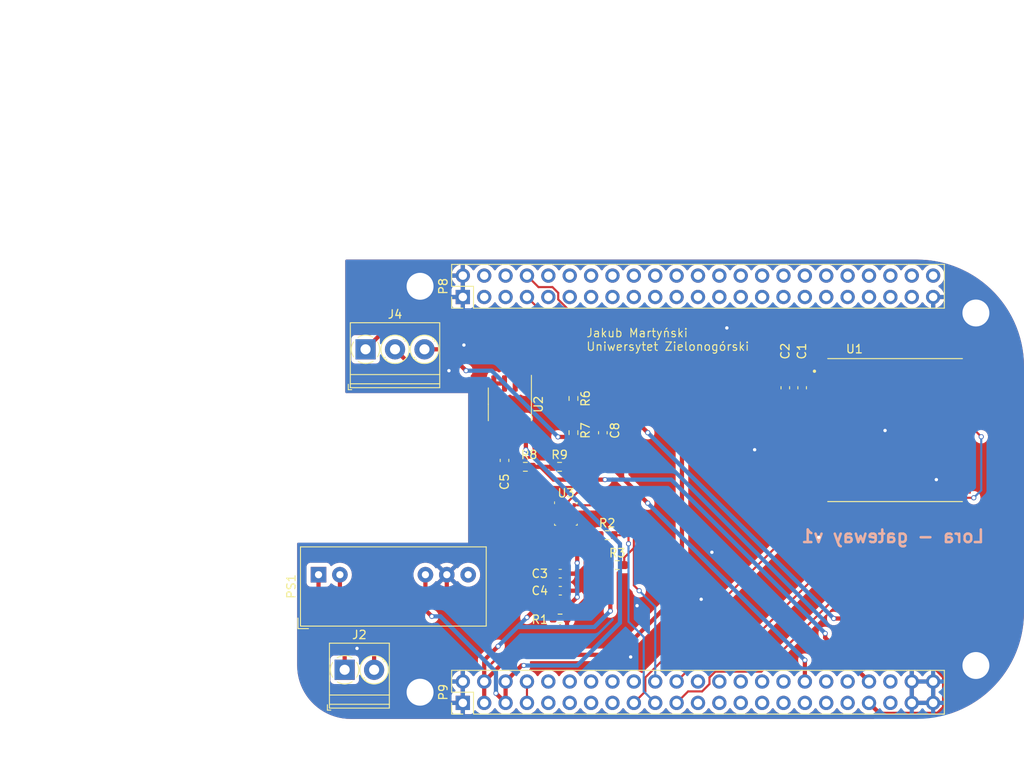
<source format=kicad_pcb>
(kicad_pcb (version 20221018) (generator pcbnew)
  (layers (0 "F.Cu" signal) (31 "B.Cu" signal) (34 "B.Paste" user) (35 "F.Paste" user) (36 "B.SilkS" user "B.Silkscreen") (37 "F.SilkS" user "F.Silkscreen") (38 "B.Mask" user) (39 "F.Mask" user) (44 "Edge.Cuts" user))
  (net 0 "")
  (net 1 "/SPI1.D0")
  (net 2 "/MMC1.DAT6")
  (net 3 "/MMC1.DAT7")
  (net 4 "/MMC1.DAT2")
  (net 5 "/MMC1.DAT3")
  (net 6 "AIN0")
  (net 7 "reset")
  (net 8 "/GPIO69")
  (net 9 "/GPIO68")
  (net 10 "/GPIO45")
  (net 11 "/GPIO44")
  (net 12 "/GPIO23")
  (net 13 "/GPIO26")
  (net 14 "/GPIO47")
  (net 15 "/GPIO46")
  (net 16 "/GPIO27")
  (net 17 "/LCD.AC_BIAS_E")
  (net 18 "/LCD.HSYNC")
  (net 19 "/GPIO65")
  (net 20 "/LCD.VSYNC")
  (net 21 "/LCD.PCLK")
  (net 22 "/GPIO22")
  (net 23 "/MMC1.DAT5")
  (net 24 "/MMC1.DAT4")
  (net 25 "/MMC1.DAT1")
  (net 26 "/MMC1.CLK")
  (net 27 "/MMC1.CMD")
  (net 28 "/MMC1.DAT0")
  (net 29 "/GPIO61")
  (net 30 "/LCD.DATA14")
  (net 31 "/LCD.DATA15")
  (net 32 "/LCD.DATA13")
  (net 33 "/LCD.DATA11")
  (net 34 "/LCD.DATA8")
  (net 35 "/LCD.DATA10")
  (net 36 "/LCD.DATA6")
  (net 37 "/LCD.DATA9")
  (net 38 "/LCD.DATA4")
  (net 39 "/LCD.DATA7")
  (net 40 "/LCD.DATA2")
  (net 41 "/LCD.DATA5")
  (net 42 "/LCD.DATA0")
  (net 43 "/LCD.DATA3")
  (net 44 "/LCD.DATA1")
  (net 45 "/GPIO30")
  (net 46 "/GPIO60")
  (net 47 "/GPIO31")
  (net 48 "nss")
  (net 49 "mosi")
  (net 50 "GNDD")
  (net 51 "+3V3")
  (net 52 "+5V")
  (net 53 "/GPIO40")
  (net 54 "/GPIO48")
  (net 55 "scl")
  (net 56 "sda")
  (net 57 "/AIN3")
  (net 58 "/AIN2")
  (net 59 "/AIN5")
  (net 60 "/AIN6")
  (net 61 "GNDA")
  (net 62 "/AIN4")
  (net 63 "+1V8")
  (net 64 "/GPIO51")
  (net 65 "miso")
  (net 66 "/GPIO5")
  (net 67 "sck")
  (net 68 "ain1")
  (net 69 "/GPIO49")
  (net 70 "/GPIO15")
  (net 71 "/GPIO117")
  (net 72 "/GPIO14")
  (net 73 "/GPIO125")
  (net 74 "/GPIO122")
  (net 75 "/GPIO20")
  (net 76 "/GPIO7")
  (net 77 "/~{SYS_RESET}")
  (net 78 "/PWR_BUT")
  (net 79 "VBUS")
  (net 80 "/SPI1.SCLK")
  (net 81 "/SPI1.CS0")
  (net 89 "Net-(U2-FILTER)")
  (net 90 "Net-(J2-Pin_1)")
  (net 91 "Net-(J2-Pin_2)")
  (net 92 "Net-(U2-VIOUT)")
  (net 93 "Net-(J4-Pin_1)")
  (net 94 "Net-(J4-Pin_2)")
  (footprint "Connector_PinHeader_2.54mm:PinHeader_2x23_P2.54mm_Vertical" (layer "F.Cu") (at 119.685 49.835 90)
    (fp_text reference "P8" (at 1.27 -2.33 270) (layer "F.SilkS"))
    (fp_text value "BeagleBone_Black_Header" hide)
    (pad "1" thru_hole rect locked (at 0 0 90) (size 1.7 1.7) (drill 1) (layers "*.Cu" "*.Mask") (net 50 "GNDD"))
    (pad "2" thru_hole oval locked (at 2.54 0 90) (size 1.7 1.7) (drill 1) (layers "*.Cu" "*.Mask") (net 50 "GNDD"))
    (pad "3" thru_hole oval locked (at 0 2.54 90) (size 1.7 1.7) (drill 1) (layers "*.Cu" "*.Mask") (net 2 "/MMC1.DAT6"))
    (pad "4" thru_hole oval locked (at 2.54 2.54 90) (size 1.7 1.7) (drill 1) (layers "*.Cu" "*.Mask") (net 3 "/MMC1.DAT7"))
    (pad "5" thru_hole oval locked (at 0 5.08 90) (size 1.7 1.7) (drill 1) (layers "*.Cu" "*.Mask") (net 4 "/MMC1.DAT2"))
    (pad "6" thru_hole oval locked (at 2.54 5.08 90) (size 1.7 1.7) (drill 1) (layers "*.Cu" "*.Mask") (net 5 "/MMC1.DAT3"))
    (pad "7" thru_hole oval locked (at 0 7.62 90) (size 1.7 1.7) (drill 1) (layers "*.Cu" "*.Mask") (net 7 "reset"))
    (pad "8" thru_hole oval locked (at 2.54 7.62 90) (size 1.7 1.7) (drill 1) (layers "*.Cu" "*.Mask") (net 48 "nss"))
    (pad "9" thru_hole oval locked (at 0 10.16 90) (size 1.7 1.7) (drill 1) (layers "*.Cu" "*.Mask") (net 8 "/GPIO69"))
    (pad "10" thru_hole oval locked (at 2.54 10.16 90) (size 1.7 1.7) (drill 1) (layers "*.Cu" "*.Mask") (net 9 "/GPIO68"))
    (pad "11" thru_hole oval locked (at 0 12.7 90) (size 1.7 1.7) (drill 1) (layers "*.Cu" "*.Mask") (net 10 "/GPIO45"))
    (pad "12" thru_hole oval locked (at 2.54 12.7 90) (size 1.7 1.7) (drill 1) (layers "*.Cu" "*.Mask") (net 11 "/GPIO44"))
    (pad "13" thru_hole oval locked (at 0 15.24 90) (size 1.7 1.7) (drill 1) (layers "*.Cu" "*.Mask") (net 12 "/GPIO23"))
    (pad "14" thru_hole oval locked (at 2.54 15.24 90) (size 1.7 1.7) (drill 1) (layers "*.Cu" "*.Mask") (net 13 "/GPIO26"))
    (pad "15" thru_hole oval locked (at 0 17.78 90) (size 1.7 1.7) (drill 1) (layers "*.Cu" "*.Mask") (net 14 "/GPIO47"))
    (pad "16" thru_hole oval locked (at 2.54 17.78 90) (size 1.7 1.7) (drill 1) (layers "*.Cu" "*.Mask") (net 15 "/GPIO46"))
    (pad "17" thru_hole oval locked (at 0 20.32 90) (size 1.7 1.7) (drill 1) (layers "*.Cu" "*.Mask") (net 16 "/GPIO27"))
    (pad "18" thru_hole oval locked (at 2.54 20.32 90) (size 1.7 1.7) (drill 1) (layers "*.Cu" "*.Mask") (net 19 "/GPIO65"))
    (pad "19" thru_hole oval locked (at 0 22.86 90) (size 1.7 1.7) (drill 1) (layers "*.Cu" "*.Mask") (net 22 "/GPIO22"))
    (pad "20" thru_hole oval locked (at 2.54 22.86 90) (size 1.7 1.7) (drill 1) (layers "*.Cu" "*.Mask") (net 27 "/MMC1.CMD"))
    (pad "21" thru_hole oval locked (at 0 25.4 90) (size 1.7 1.7) (drill 1) (layers "*.Cu" "*.Mask") (net 26 "/MMC1.CLK"))
    (pad "22" thru_hole oval locked (at 2.54 25.4 90) (size 1.7 1.7) (drill 1) (layers "*.Cu" "*.Mask") (net 23 "/MMC1.DAT5"))
    (pad "23" thru_hole oval locked (at 0 27.94 90) (size 1.7 1.7) (drill 1) (layers "*.Cu" "*.Mask") (net 24 "/MMC1.DAT4"))
    (pad "24" thru_hole oval locked (at 2.54 27.94 90) (size 1.7 1.7) (drill 1) (layers "*.Cu" "*.Mask") (net 25 "/MMC1.DAT1"))
    (pad "25" thru_hole oval locked (at 0 30.48 90) (size 1.7 1.7) (drill 1) (layers "*.Cu" "*.Mask") (net 28 "/MMC1.DAT0"))
    (pad "26" thru_hole oval locked (at 2.54 30.48 90) (size 1.7 1.7) (drill 1) (layers "*.Cu" "*.Mask") (net 21 "/LCD.PCLK"))
    (pad "27" thru_hole oval locked (at 0 33.02 90) (size 1.7 1.7) (drill 1) (layers "*.Cu" "*.Mask") (net 20 "/LCD.VSYNC"))
    (pad "28" thru_hole oval locked (at 2.54 33.02 90) (size 1.7 1.7) (drill 1) (layers "*.Cu" "*.Mask") (net 29 "/GPIO61"))
    (pad "29" thru_hole oval locked (at 0 35.56 90) (size 1.7 1.7) (drill 1) (layers "*.Cu" "*.Mask") (net 18 "/LCD.HSYNC"))
    (pad "30" thru_hole oval locked (at 2.54 35.56 90) (size 1.7 1.7) (drill 1) (layers "*.Cu" "*.Mask") (net 17 "/LCD.AC_BIAS_E"))
    (pad "31" thru_hole oval locked (at 0 38.1 90) (size 1.7 1.7) (drill 1) (layers "*.Cu" "*.Mask") (net 30 "/LCD.DATA14"))
    (pad "32" thru_hole oval locked (at 2.54 38.1 90) (size 1.7 1.7) (drill 1) (layers "*.Cu" "*.Mask") (net 31 "/LCD.DATA15"))
    (pad "33" thru_hole oval locked (at 0 40.64 90) (size 1.7 1.7) (drill 1) (layers "*.Cu" "*.Mask") (net 32 "/LCD.DATA13"))
    (pad "34" thru_hole oval locked (at 2.54 40.64 90) (size 1.7 1.7) (drill 1) (layers "*.Cu" "*.Mask") (net 33 "/LCD.DATA11"))
    (pad "35" thru_hole oval locked (at 0 43.18 90) (size 1.7 1.7) (drill 1) (layers "*.Cu" "*.Mask") (net 34 "/LCD.DATA8"))
    (pad "36" thru_hole oval locked (at 2.54 43.18 90) (size 1.7 1.7) (drill 1) (layers "*.Cu" "*.Mask") (net 35 "/LCD.DATA10"))
    (pad "37" thru_hole oval locked (at 0 45.72 90) (size 1.7 1.7) (drill 1) (layers "*.Cu" "*.Mask") (net 36 "/LCD.DATA6"))
    (pad "38" thru_hole oval locked (at 2.54 45.72 90) (size 1.7 1.7) (drill 1) (layers "*.Cu" "*.Mask") (net 37 "/LCD.DATA9"))
    (pad "39" thru_hole oval locked (at 0 48.26 90) (size 1.7 1.7) (drill 1) (layers "*.Cu" "*.Mask") (net 38 "/LCD.DATA4"))
    (pad "40" thru_hole oval locked (at 2.54 48.26 90) (size 1.7 1.7) (drill 1) (layers "*.Cu" "*.Mask") (net 39 "/LCD.DATA7"))
    (pad "41" thru_hole oval locked (at 0 50.8 90) (size 1.7 1.7) (drill 1) (layers "*.Cu" "*.Mask") (net 40 "/LCD.DATA2"))
    (pad "42" thru_hole oval locked (at 2.54 50.8 90) (size 1.7 1.7) (drill 1) (layers "*.Cu" "*.Mask") (net 41 "/LCD.DATA5"))
    (pad "43" thru_hole oval locked (at 0 53.34 90) (size 1.7 1.7) (drill 1) (layers "*.Cu" "*.Mask") (net 42 "/LCD.DATA0"))
    (pad "44" thru_hole oval locked (at 2.54 53.34 90) (size 1.7 1.7) (drill 1) (layers "*.Cu" "*.Mask") (net 43 "/LCD.DATA3"))
    (pad "45" thru_hole oval locked (at 0 55.88 90) (size 1.7 1.7) (drill 1) (layers "*.Cu" "*.Mask") (net 50 "GNDD"))
    (pad "46" thru_hole oval locked (at 2.54 55.88 90) (size 1.7 1.7) (drill 1) (layers "*.Cu" "*.Mask") (net 44 "/LCD.DATA1"))
  )
  (footprint "Connector_PinHeader_2.54mm:PinHeader_2x23_P2.54mm_Vertical" (layer "F.Cu") (at 119.685 98.095 90)
    (fp_text reference "P9" (at 1.27 -2.33 270) (layer "F.SilkS"))
    (fp_text value "BeagleBone_Black_Header" hide)
    (pad "1" thru_hole rect locked (at 0 0 90) (size 1.7 1.7) (drill 1) (layers "*.Cu" "*.Mask") (net 50 "GNDD"))
    (pad "2" thru_hole oval locked (at 2.54 0 90) (size 1.7 1.7) (drill 1) (layers "*.Cu" "*.Mask") (net 50 "GNDD"))
    (pad "3" thru_hole oval locked (at 0 2.54 90) (size 1.7 1.7) (drill 1) (layers "*.Cu" "*.Mask") (net 51 "+3V3"))
    (pad "4" thru_hole oval locked (at 2.54 2.54 90) (size 1.7 1.7) (drill 1) (layers "*.Cu" "*.Mask") (net 51 "+3V3"))
    (pad "5" thru_hole oval locked (at 0 5.08 90) (size 1.7 1.7) (drill 1) (layers "*.Cu" "*.Mask") (net 52 "+5V"))
    (pad "6" thru_hole oval locked (at 2.54 5.08 90) (size 1.7 1.7) (drill 1) (layers "*.Cu" "*.Mask") (net 52 "+5V"))
    (pad "7" thru_hole oval locked (at 0 7.62 90) (size 1.7 1.7) (drill 1) (layers "*.Cu" "*.Mask") (net 79 "VBUS"))
    (pad "8" thru_hole oval locked (at 2.54 7.62 90) (size 1.7 1.7) (drill 1) (layers "*.Cu" "*.Mask") (net 79 "VBUS"))
    (pad "9" thru_hole oval locked (at 0 10.16 90) (size 1.7 1.7) (drill 1) (layers "*.Cu" "*.Mask") (net 78 "/PWR_BUT"))
    (pad "10" thru_hole oval locked (at 2.54 10.16 90) (size 1.7 1.7) (drill 1) (layers "*.Cu" "*.Mask") (net 77 "/~{SYS_RESET}"))
    (pad "11" thru_hole oval locked (at 0 12.7 90) (size 1.7 1.7) (drill 1) (layers "*.Cu" "*.Mask") (net 45 "/GPIO30"))
    (pad "12" thru_hole oval locked (at 2.54 12.7 90) (size 1.7 1.7) (drill 1) (layers "*.Cu" "*.Mask") (net 46 "/GPIO60"))
    (pad "13" thru_hole oval locked (at 0 15.24 90) (size 1.7 1.7) (drill 1) (layers "*.Cu" "*.Mask") (net 47 "/GPIO31"))
    (pad "14" thru_hole oval locked (at 2.54 15.24 90) (size 1.7 1.7) (drill 1) (layers "*.Cu" "*.Mask") (net 53 "/GPIO40"))
    (pad "15" thru_hole oval locked (at 0 17.78 90) (size 1.7 1.7) (drill 1) (layers "*.Cu" "*.Mask") (net 54 "/GPIO48"))
    (pad "16" thru_hole oval locked (at 2.54 17.78 90) (size 1.7 1.7) (drill 1) (layers "*.Cu" "*.Mask") (net 64 "/GPIO51"))
    (pad "17" thru_hole oval locked (at 0 20.32 90) (size 1.7 1.7) (drill 1) (layers "*.Cu" "*.Mask") (net 49 "mosi"))
    (pad "18" thru_hole oval locked (at 2.54 20.32 90) (size 1.7 1.7) (drill 1) (layers "*.Cu" "*.Mask") (net 66 "/GPIO5"))
    (pad "19" thru_hole oval locked (at 0 22.86 90) (size 1.7 1.7) (drill 1) (layers "*.Cu" "*.Mask") (net 55 "scl"))
    (pad "20" thru_hole oval locked (at 2.54 22.86 90) (size 1.7 1.7) (drill 1) (layers "*.Cu" "*.Mask") (net 56 "sda"))
    (pad "21" thru_hole oval locked (at 0 25.4 90) (size 1.7 1.7) (drill 1) (layers "*.Cu" "*.Mask") (net 65 "miso"))
    (pad "22" thru_hole oval locked (at 2.54 25.4 90) (size 1.7 1.7) (drill 1) (layers "*.Cu" "*.Mask") (net 67 "sck"))
    (pad "23" thru_hole oval locked (at 0 27.94 90) (size 1.7 1.7) (drill 1) (layers "*.Cu" "*.Mask") (net 69 "/GPIO49"))
    (pad "24" thru_hole oval locked (at 2.54 27.94 90) (size 1.7 1.7) (drill 1) (layers "*.Cu" "*.Mask") (net 70 "/GPIO15"))
    (pad "25" thru_hole oval locked (at 0 30.48 90) (size 1.7 1.7) (drill 1) (layers "*.Cu" "*.Mask") (net 71 "/GPIO117"))
    (pad "26" thru_hole oval locked (at 2.54 30.48 90) (size 1.7 1.7) (drill 1) (layers "*.Cu" "*.Mask") (net 72 "/GPIO14"))
    (pad "27" thru_hole oval locked (at 0 33.02 90) (size 1.7 1.7) (drill 1) (layers "*.Cu" "*.Mask") (net 73 "/GPIO125"))
    (pad "28" thru_hole oval locked (at 2.54 33.02 90) (size 1.7 1.7) (drill 1) (layers "*.Cu" "*.Mask") (net 81 "/SPI1.CS0"))
    (pad "29" thru_hole oval locked (at 0 35.56 90) (size 1.7 1.7) (drill 1) (layers "*.Cu" "*.Mask") (net 1 "/SPI1.D0"))
    (pad "30" thru_hole oval locked (at 2.54 35.56 90) (size 1.7 1.7) (drill 1) (layers "*.Cu" "*.Mask") (net 74 "/GPIO122"))
    (pad "31" thru_hole oval locked (at 0 38.1 90) (size 1.7 1.7) (drill 1) (layers "*.Cu" "*.Mask") (net 80 "/SPI1.SCLK"))
    (pad "32" thru_hole oval locked (at 2.54 38.1 90) (size 1.7 1.7) (drill 1) (layers "*.Cu" "*.Mask") (net 63 "+1V8"))
    (pad "33" thru_hole oval locked (at 0 40.64 90) (size 1.7 1.7) (drill 1) (layers "*.Cu" "*.Mask") (net 62 "/AIN4"))
    (pad "34" thru_hole oval locked (at 2.54 40.64 90) (size 1.7 1.7) (drill 1) (layers "*.Cu" "*.Mask") (net 61 "GNDA"))
    (pad "35" thru_hole oval locked (at 0 43.18 90) (size 1.7 1.7) (drill 1) (layers "*.Cu" "*.Mask") (net 60 "/AIN6"))
    (pad "36" thru_hole oval locked (at 2.54 43.18 90) (size 1.7 1.7) (drill 1) (layers "*.Cu" "*.Mask") (net 59 "/AIN5"))
    (pad "37" thru_hole oval locked (at 0 45.72 90) (size 1.7 1.7) (drill 1) (layers "*.Cu" "*.Mask") (net 58 "/AIN2"))
    (pad "38" thru_hole oval locked (at 2.54 45.72 90) (size 1.7 1.7) (drill 1) (layers "*.Cu" "*.Mask") (net 57 "/AIN3"))
    (pad "39" thru_hole oval locked (at 0 48.26 90) (size 1.7 1.7) (drill 1) (layers "*.Cu" "*.Mask") (net 6 "AIN0"))
    (pad "40" thru_hole oval locked (at 2.54 48.26 90) (size 1.7 1.7) (drill 1) (layers "*.Cu" "*.Mask") (net 68 "ain1"))
    (pad "41" thru_hole oval locked (at 0 50.8 90) (size 1.7 1.7) (drill 1) (layers "*.Cu" "*.Mask") (net 75 "/GPIO20"))
    (pad "42" thru_hole oval locked (at 2.54 50.8 90) (size 1.7 1.7) (drill 1) (layers "*.Cu" "*.Mask") (net 76 "/GPIO7"))
    (pad "43" thru_hole oval locked (at 0 53.34 90) (size 1.7 1.7) (drill 1) (layers "*.Cu" "*.Mask") (net 50 "GNDD"))
    (pad "44" thru_hole oval locked (at 2.54 53.34 90) (size 1.7 1.7) (drill 1) (layers "*.Cu" "*.Mask") (net 50 "GNDD"))
    (pad "45" thru_hole oval locked (at 0 55.88 90) (size 1.7 1.7) (drill 1) (layers "*.Cu" "*.Mask") (net 50 "GNDD"))
    (pad "46" thru_hole oval locked (at 2.54 55.88 90) (size 1.7 1.7) (drill 1) (layers "*.Cu" "*.Mask") (net 50 "GNDD"))
  )
  (footprint "Package_SO:SOIC-8_3.9x4.9mm_P1.27mm" (layer "F.Cu") (at 125.273 62.597 -90)
    (fp_text reference "U2" (at 0 -3.4 90) (layer "F.SilkS"))
    (fp_text value "ACS725xLCTR-10AU")
    (pad "1" smd roundrect (at -2.475 -1.905 270) (size 1.95 0.6) (layers "F.Cu" "F.Paste" "F.Mask") (net 93 "Net-(J4-Pin_1)"))
    (pad "2" smd roundrect (at -2.475 -0.635 270) (size 1.95 0.6) (layers "F.Cu" "F.Paste" "F.Mask") (net 93 "Net-(J4-Pin_1)"))
    (pad "3" smd roundrect (at -2.475 0.635 270) (size 1.95 0.6) (layers "F.Cu" "F.Paste" "F.Mask") (net 94 "Net-(J4-Pin_2)"))
    (pad "4" smd roundrect (at -2.475 1.905 270) (size 1.95 0.6) (layers "F.Cu" "F.Paste" "F.Mask") (net 94 "Net-(J4-Pin_2)"))
    (pad "5" smd roundrect (at 2.475 1.905 270) (size 1.95 0.6) (layers "F.Cu" "F.Paste" "F.Mask") (net 50 "GNDD"))
    (pad "6" smd roundrect (at 2.475 0.635 270) (size 1.95 0.6) (layers "F.Cu" "F.Paste" "F.Mask") (net 89 "Net-(U2-FILTER)"))
    (pad "7" smd roundrect (at 2.475 -0.635 270) (size 1.95 0.6) (layers "F.Cu" "F.Paste" "F.Mask") (net 92 "Net-(U2-VIOUT)"))
    (pad "8" smd roundrect (at 2.475 -1.905 270) (size 1.95 0.6) (layers "F.Cu" "F.Paste" "F.Mask") (net 52 "+5V"))
  )
  (footprint "TerminalBlock_Phoenix:TerminalBlock_Phoenix_PT-1,5-3-3.5-H_1x03_P3.50mm_Horizontal" (layer "F.Cu") (at 108.128 56.058)
    (fp_text reference "J4" (at 3.5 -4.16) (layer "F.SilkS"))
    (fp_text value "złącze śrubowe 1x3")
    (pad "1" thru_hole rect (at 0 0) (size 2.4 2.4) (drill 1.2) (layers "*.Cu" "*.Mask") (net 93 "Net-(J4-Pin_1)"))
    (pad "2" thru_hole circle (at 3.5 0) (size 2.4 2.4) (drill 1.2) (layers "*.Cu" "*.Mask") (net 94 "Net-(J4-Pin_2)"))
    (pad "3" thru_hole circle (at 7 0) (size 2.4 2.4) (drill 1.2) (layers "*.Cu" "*.Mask") (net 61 "GNDA"))
  )
  (footprint "Capacitor_SMD:C_0603_1608Metric" (layer "F.Cu") (at 160 60.63 90)
    (fp_text reference "C1" (at 4.35 -0.045 90) (layer "F.SilkS"))
    (fp_text value "22uF" hide)
    (pad "1" smd roundrect (at -0.775 0 90) (size 0.9 0.95) (layers "F.Cu" "F.Paste" "F.Mask") (net 51 "+3V3"))
    (pad "2" smd roundrect (at 0.775 0 90) (size 0.9 0.95) (layers "F.Cu" "F.Paste" "F.Mask") (net 50 "GNDD"))
  )
  (footprint "Resistor_SMD:R_0603_1608Metric" (layer "F.Cu") (at 138.037 81.712)
    (fp_text reference "R3" (at 0 -1.43) (layer "F.SilkS"))
    (fp_text value "10kΩ")
    (pad "1" smd roundrect (at -0.825 0) (size 0.8 0.95) (layers "F.Cu" "F.Paste" "F.Mask") (net 51 "+3V3"))
    (pad "2" smd roundrect (at 0.825 0) (size 0.8 0.95) (layers "F.Cu" "F.Paste" "F.Mask") (net 56 "sda"))
  )
  (footprint "Converter_DCDC:Converter_DCDC_XP_POWER-ITXxxxxSA_THT" (layer "F.Cu") (at 102.54 82.855 90)
    (fp_text reference "PS1" (at -1.4 -3.24 90) (layer "F.SilkS"))
    (fp_text value "ITX1205SA")
    (pad "1" thru_hole rect (at 0 0 90) (size 1.85 1.85) (drill 0.85) (layers "*.Cu" "*.Mask") (net 90 "Net-(J2-Pin_1)"))
    (pad "2" thru_hole circle (at 0 2.54 90) (size 1.85 1.85) (drill 0.85) (layers "*.Cu" "*.Mask") (net 91 "Net-(J2-Pin_2)"))
    (pad "6" thru_hole circle (at 0 12.7 90) (size 1.85 1.85) (drill 0.85) (layers "*.Cu" "*.Mask") (net 52 "+5V"))
    (pad "7" thru_hole circle (at 0 15.24 90) (size 1.85 1.85) (drill 0.85) (layers "*.Cu" "*.Mask") (net 50 "GNDD"))
    (pad "8" thru_hole circle (at 0 17.78 90) (size 1.85 1.85) (drill 0.85) (layers "*.Cu" "*.Mask"))
  )
  (footprint "Capacitor_SMD:C_0603_1608Metric" (layer "F.Cu") (at 131.268 84.76)
    (fp_text reference "C4" (at -2.439 0) (layer "F.SilkS"))
    (fp_text value "0.1uF")
    (pad "1" smd roundrect (at -0.775 0) (size 0.9 0.95) (layers "F.Cu" "F.Paste" "F.Mask") (net 51 "+3V3"))
    (pad "2" smd roundrect (at 0.775 0) (size 0.9 0.95) (layers "F.Cu" "F.Paste" "F.Mask") (net 50 "GNDD"))
  )
  (footprint "MountingHole:MountingHole_3.2mm_M3_DIN965" (layer "F.Cu") (at 180.645 51.74)
    (fp_text reference "MH3" hide)
    (fp_text value "MountingHole_3.2mm_M3_DIN965" hide)
    (pad "" np_thru_hole circle locked (at 0 0) (size 3.2 3.2) (drill 3.2) (layers "*.Cu" "*.Mask"))
  )
  (footprint "Capacitor_SMD:C_0603_1608Metric" (layer "F.Cu") (at 131.255 82.728)
    (fp_text reference "C3" (at -2.426 0) (layer "F.SilkS"))
    (fp_text value "1uF")
    (pad "1" smd roundrect (at -0.775 0) (size 0.9 0.95) (layers "F.Cu" "F.Paste" "F.Mask") (net 51 "+3V3"))
    (pad "2" smd roundrect (at 0.775 0) (size 0.9 0.95) (layers "F.Cu" "F.Paste" "F.Mask") (net 50 "GNDD"))
  )
  (footprint "TerminalBlock_Phoenix:TerminalBlock_Phoenix_PT-1,5-2-3.5-H_1x02_P3.50mm_Horizontal" (layer "F.Cu") (at 105.644 94.158)
    (fp_text reference "J2" (at 1.75 -4.16) (layer "F.SilkS"))
    (fp_text value "złącze śrubowe 1x2")
    (pad "1" thru_hole rect (at 0 0) (size 2.4 2.4) (drill 1.2) (layers "*.Cu" "*.Mask") (net 90 "Net-(J2-Pin_1)"))
    (pad "2" thru_hole circle (at 3.5 0) (size 2.4 2.4) (drill 1.2) (layers "*.Cu" "*.Mask") (net 91 "Net-(J2-Pin_2)"))
  )
  (footprint "Resistor_SMD:R_0603_1608Metric" (layer "F.Cu") (at 131.179 70.028)
    (fp_text reference "R9" (at 0 -1.43) (layer "F.SilkS"))
    (fp_text value "1.8kΩ")
    (pad "1" smd roundrect (at -0.825 0) (size 0.8 0.95) (layers "F.Cu" "F.Paste" "F.Mask") (net 68 "ain1"))
    (pad "2" smd roundrect (at 0.825 0) (size 0.8 0.95) (layers "F.Cu" "F.Paste" "F.Mask") (net 61 "GNDA"))
  )
  (footprint "RA-02_LORA:MODULE_RA-02_LORA" (layer "F.Cu") (at 171.04 65.66)
    (fp_text reference "U1" (at -4.825 -9.635) (layer "F.SilkS"))
    (fp_text value "RA-02_LORA")
    (pad "1" smd rect (at -7.6 -7) (size 2.8 1.1) (layers "F.Cu" "F.Paste" "F.Mask") (net 50 "GNDD"))
    (pad "2" smd rect (at -7.7 -5) (size 2.6 1.1) (layers "F.Cu" "F.Paste" "F.Mask") (net 50 "GNDD"))
    (pad "3" smd rect (at -7.7 -3) (size 2.6 1.1) (layers "F.Cu" "F.Paste" "F.Mask") (net 51 "+3V3"))
    (pad "4" smd rect (at -7.7 -1) (size 2.6 1.1) (layers "F.Cu" "F.Paste" "F.Mask") (net 7 "reset"))
    (pad "5" smd rect (at -7.7 1) (size 2.6 1.1) (layers "F.Cu" "F.Paste" "F.Mask"))
    (pad "6" smd rect (at -7.7 3) (size 2.6 1.1) (layers "F.Cu" "F.Paste" "F.Mask"))
    (pad "7" smd rect (at -7.7 5) (size 2.6 1.1) (layers "F.Cu" "F.Paste" "F.Mask"))
    (pad "8" smd rect (at -7.7 7) (size 2.6 1.1) (layers "F.Cu" "F.Paste" "F.Mask"))
    (pad "9" smd rect (at 7.7 7 180) (size 2.6 1.1) (layers "F.Cu" "F.Paste" "F.Mask") (net 50 "GNDD"))
    (pad "10" smd rect (at 7.7 5 180) (size 2.6 1.1) (layers "F.Cu" "F.Paste" "F.Mask"))
    (pad "11" smd rect (at 7.7 3 180) (size 2.6 1.1) (layers "F.Cu" "F.Paste" "F.Mask"))
    (pad "12" smd rect (at 7.7 1 180) (size 2.6 1.1) (layers "F.Cu" "F.Paste" "F.Mask") (net 67 "sck"))
    (pad "13" smd rect (at 7.7 -1 180) (size 2.6 1.1) (layers "F.Cu" "F.Paste" "F.Mask") (net 65 "miso"))
    (pad "14" smd rect (at 7.7 -3 180) (size 2.6 1.1) (layers "F.Cu" "F.Paste" "F.Mask") (net 49 "mosi"))
    (pad "15" smd rect (at 7.7 -5 180) (size 2.6 1.1) (layers "F.Cu" "F.Paste" "F.Mask") (net 48 "nss"))
    (pad "16" smd rect (at 7.7 -7 180) (size 2.6 1.1) (layers "F.Cu" "F.Paste" "F.Mask") (net 50 "GNDD"))
  )
  (footprint "Resistor_SMD:R_0603_1608Metric" (layer "F.Cu") (at 136.83 78.156)
    (fp_text reference "R2" (at 0 -1.43) (layer "F.SilkS"))
    (fp_text value "10kΩ")
    (pad "1" smd roundrect (at -0.825 0) (size 0.8 0.95) (layers "F.Cu" "F.Paste" "F.Mask") (net 51 "+3V3"))
    (pad "2" smd roundrect (at 0.825 0) (size 0.8 0.95) (layers "F.Cu" "F.Paste" "F.Mask") (net 55 "scl"))
  )
  (footprint "Package_LGA:Bosch_LGA-8_2.5x2.5mm_P0.65mm_ClockwisePinNumbering" (layer "F.Cu") (at 131.933 75.625)
    (fp_text reference "U3" (at 0.015 -2.465) (layer "F.SilkS"))
    (fp_text value "BME280")
    (pad "1" smd rect (at -0.975 -1.025 90) (size 0.5 0.35) (layers "F.Cu" "F.Paste" "F.Mask") (net 50 "GNDD"))
    (pad "2" smd rect (at -0.325 -1.025 90) (size 0.5 0.35) (layers "F.Cu" "F.Paste" "F.Mask"))
    (pad "3" smd rect (at 0.325 -1.025 90) (size 0.5 0.35) (layers "F.Cu" "F.Paste" "F.Mask") (net 56 "sda"))
    (pad "4" smd rect (at 0.975 -1.025 90) (size 0.5 0.35) (layers "F.Cu" "F.Paste" "F.Mask") (net 55 "scl"))
    (pad "5" smd rect (at 0.975 1.025 90) (size 0.5 0.35) (layers "F.Cu" "F.Paste" "F.Mask") (net 51 "+3V3"))
    (pad "6" smd rect (at 0.325 1.025 90) (size 0.5 0.35) (layers "F.Cu" "F.Paste" "F.Mask") (net 51 "+3V3"))
    (pad "7" smd rect (at -0.325 1.025 90) (size 0.5 0.35) (layers "F.Cu" "F.Paste" "F.Mask") (net 50 "GNDD"))
    (pad "8" smd rect (at -0.975 1.025 90) (size 0.5 0.35) (layers "F.Cu" "F.Paste" "F.Mask") (net 51 "+3V3"))
  )
  (footprint "Capacitor_SMD:C_0603_1608Metric" (layer "F.Cu") (at 158 60.63 90)
    (fp_text reference "C2" (at 4.35 -0.015 90) (layer "F.SilkS"))
    (fp_text value "0.1uF" hide)
    (pad "1" smd roundrect (at -0.775 0 90) (size 0.9 0.95) (layers "F.Cu" "F.Paste" "F.Mask") (net 51 "+3V3"))
    (pad "2" smd roundrect (at 0.775 0 90) (size 0.9 0.95) (layers "F.Cu" "F.Paste" "F.Mask") (net 50 "GNDD"))
  )
  (footprint "MountingHole:MountingHole_3.2mm_M3_DIN965" (layer "F.Cu") (at 180.645 93.65)
    (fp_text reference "MH4" hide)
    (fp_text value "MountingHole_3.2mm_M3_DIN965" hide)
    (pad "" np_thru_hole circle locked (at 0 0) (size 3.2 3.2) (drill 3.2) (layers "*.Cu" "*.Mask"))
  )
  (footprint "Resistor_SMD:R_0603_1608Metric" (layer "F.Cu") (at 132.829 65.964 -90)
    (fp_text reference "R7" (at -0.254 -1.43 90) (layer "F.SilkS"))
    (fp_text value "1MΩ")
    (pad "1" smd roundrect (at -0.825 0 270) (size 0.8 0.95) (layers "F.Cu" "F.Paste" "F.Mask") (net 6 "AIN0"))
    (pad "2" smd roundrect (at 0.825 0 270) (size 0.8 0.95) (layers "F.Cu" "F.Paste" "F.Mask") (net 61 "GNDA"))
  )
  (footprint "MountingHole:MountingHole_3.2mm_M3_DIN965" (layer "F.Cu") (at 114.605 48.565)
    (fp_text reference "MH1" hide)
    (fp_text value "MountingHole_3.2mm_M3_DIN965" hide)
    (pad "" np_thru_hole circle locked (at 0 0) (size 3.2 3.2) (drill 3.2) (layers "*.Cu" "*.Mask"))
  )
  (footprint "Resistor_SMD:R_0603_1608Metric" (layer "F.Cu") (at 131.242 88.062)
    (fp_text reference "R1" (at -2.413 0.127) (layer "F.SilkS"))
    (fp_text value "10kΩ")
    (pad "1" smd roundrect (at -0.825 0) (size 0.8 0.95) (layers "F.Cu" "F.Paste" "F.Mask") (net 51 "+3V3"))
    (pad "2" smd roundrect (at 0.825 0) (size 0.8 0.95) (layers "F.Cu" "F.Paste" "F.Mask") (net 50 "GNDD"))
  )
  (footprint "Capacitor_SMD:C_0603_1608Metric" (layer "F.Cu") (at 124.638 69.266 -90)
    (fp_text reference "C5" (at 2.54 0 90) (layer "F.SilkS"))
    (fp_text value "1nF")
    (pad "1" smd roundrect (at -0.775 0 270) (size 0.9 0.95) (layers "F.Cu" "F.Paste" "F.Mask") (net 89 "Net-(U2-FILTER)"))
    (pad "2" smd roundrect (at 0.775 0 270) (size 0.9 0.95) (layers "F.Cu" "F.Paste" "F.Mask") (net 50 "GNDD"))
  )
  (footprint "MountingHole:MountingHole_3.2mm_M3_DIN965" (layer "F.Cu") (at 114.605 96.825)
    (fp_text reference "MH2" hide)
    (fp_text value "MountingHole_3.2mm_M3_DIN965" hide)
    (pad "" np_thru_hole circle locked (at 0 0) (size 3.2 3.2) (drill 3.2) (layers "*.Cu" "*.Mask"))
  )
  (footprint "Resistor_SMD:R_0603_1608Metric" (layer "F.Cu") (at 127.115 70.028)
    (fp_text reference "R8" (at 0.444 -1.43) (layer "F.SilkS"))
    (fp_text value "3.3kΩ")
    (pad "1" smd roundrect (at -0.825 0) (size 0.8 0.95) (layers "F.Cu" "F.Paste" "F.Mask") (net 92 "Net-(U2-VIOUT)"))
    (pad "2" smd roundrect (at 0.825 0) (size 0.8 0.95) (layers "F.Cu" "F.Paste" "F.Mask") (net 68 "ain1"))
  )
  (footprint "Resistor_SMD:R_0603_1608Metric" (layer "F.Cu") (at 132.829 61.9 -90)
    (fp_text reference "R6" (at 0 -1.43 90) (layer "F.SilkS"))
    (fp_text value "10MΩ")
    (pad "1" smd roundrect (at -0.825 0 270) (size 0.8 0.95) (layers "F.Cu" "F.Paste" "F.Mask") (net 93 "Net-(J4-Pin_1)"))
    (pad "2" smd roundrect (at 0.825 0 270) (size 0.8 0.95) (layers "F.Cu" "F.Paste" "F.Mask") (net 6 "AIN0"))
  )
  (footprint "Capacitor_SMD:C_0603_1608Metric" (layer "F.Cu") (at 136.322 65.977 -90)
    (fp_text reference "C8" (at -0.267 -1.43 90) (layer "F.SilkS"))
    (fp_text value "100nF")
    (pad "1" smd roundrect (at -0.775 0 270) (size 0.9 0.95) (layers "F.Cu" "F.Paste" "F.Mask") (net 6 "AIN0"))
    (pad "2" smd roundrect (at 0.775 0 270) (size 0.9 0.95) (layers "F.Cu" "F.Paste" "F.Mask") (net 61 "GNDA"))
  )
  (gr_arc locked (start 106.35 100) (mid 101.859872 98.140128) (end 100 93.65) (stroke (width 0.00254)) (layer "Edge.Cuts"))
  (gr_line locked (start 186.36 87.3) (end 186.36 58.09) (stroke (width 0.00254)) (layer "Edge.Cuts"))
  (gr_line locked (start 106.35 100) (end 173.66 100) (stroke (width 0.00254)) (layer "Edge.Cuts"))
  (gr_line locked (start 120.32 79.045) (end 100 79.045) (stroke (width 0.00254)) (layer "Edge.Cuts"))
  (gr_line locked (start 105.715 45.39) (end 105.715 61.265) (stroke (width 0.00254)) (layer "Edge.Cuts"))
  (gr_line locked (start 100 79.045) (end 100 93.65) (stroke (width 0.00254)) (layer "Edge.Cuts"))
  (gr_line locked (start 173.66 45.39) (end 105.715 45.39) (stroke (width 0.00254)) (layer "Edge.Cuts"))
  (gr_arc locked (start 186.36 87.3) (mid 182.640256 96.280256) (end 173.66 100) (stroke (width 0.00254)) (layer "Edge.Cuts"))
  (gr_arc locked (start 173.66 45.39) (mid 182.640256 49.109744) (end 186.36 58.09) (stroke (width 0.00254)) (layer "Edge.Cuts"))
  (gr_line locked (start 120.32 61.265) (end 120.32 79.045) (stroke (width 0.00254)) (layer "Edge.Cuts"))
  (gr_line locked (start 105.715 61.265) (end 120.32 61.265) (stroke (width 0.00254)) (layer "Edge.Cuts"))
  (gr_text "Lora - gateway v1" (at 181.788 79.172) (layer "B.SilkS") (effects (font (size 1.5 1.5) (thickness 0.3) bold) (justify left bottom mirror)))
  (gr_text "Jakub Martyński\nUniwersytet Zielonogórski" (at 134.29 56.312) (layer "F.SilkS") (effects (font (size 1 1) (thickness 0.125)) (justify left bottom)))
  (segment (start 132.829 63.424) (end 132.829 63.487) (width 0.5) (layer "F.Cu") (net 6))
  (segment (start 176.865 95.016522) (end 176.865 98.633478) (width 0.5) (layer "F.Cu") (net 6))
  (segment (start 135.56 63.932) (end 136.83 63.932) (width 0.5) (layer "F.Cu") (net 6))
  (segment (start 132.829 63.487) (end 133.274 63.932) (width 0.5) (layer "F.Cu") (net 6))
  (segment (start 132.829 63.424) (end 132.829 64.885) (width 0.5) (layer "F.Cu") (net 6))
  (segment (start 136.83 63.932) (end 139.624 63.932) (width 0.5) (layer "F.Cu") (net 6))
  (segment (start 132.829 62.725) (end 132.829 63.424) (width 0.5) (layer "F.Cu") (net 6))
  (segment (start 139.624 63.932) (end 141.656 65.964) (width 0.5) (layer "F.Cu") (net 6))
  (segment (start 133.274 63.932) (end 135.56 63.932) (width 0.5) (layer "F.Cu") (net 6))
  (segment (start 163.754 88.062) (end 169.910478 88.062) (width 0.5) (layer "F.Cu") (net 6))
  (segment (start 136.322 64.44) (end 136.322 65.202) (width 0.5) (layer "F.Cu") (net 6))
  (segment (start 169.910478 88.062) (end 176.865 95.016522) (width 0.5) (layer "F.Cu") (net 6))
  (segment (start 169.245 99.395) (end 167.945 98.095) (width 0.5) (layer "F.Cu") (net 6))
  (segment (start 176.865 98.633478) (end 176.103478 99.395) (width 0.5) (layer "F.Cu") (net 6))
  (segment (start 176.103478 99.395) (end 169.245 99.395) (width 0.5) (layer "F.Cu") (net 6))
  (segment (start 136.83 63.932) (end 136.322 64.44) (width 0.5) (layer "F.Cu") (net 6))
  (via (at 163.754 88.062) (size 0.6) (drill 0.4) (layers "F.Cu" "B.Cu") (net 6))
  (via (at 141.656 65.964) (size 0.6) (drill 0.4) (layers "F.Cu" "B.Cu") (net 6))
  (segment (start 141.656 65.964) (end 163.754 88.062) (width 0.5) (layer "B.Cu") (net 6))
  (segment (start 168.58 59.36) (end 166.04 56.82) (width 0.25) (layer "F.Cu") (net 7))
  (segment (start 166.04 56.82) (end 134.29 56.82) (width 0.25) (layer "F.Cu") (net 7))
  (segment (start 163.34 64.66) (end 165.82 64.66) (width 0.25) (layer "F.Cu") (net 7))
  (segment (start 168.58 61.9) (end 168.58 59.36) (width 0.25) (layer "F.Cu") (net 7))
  (segment (start 134.29 56.82) (end 127.305 49.835) (width 0.25) (layer "F.Cu") (net 7))
  (segment (start 165.82 64.66) (end 168.58 61.9) (width 0.25) (layer "F.Cu") (net 7))
  (segment (start 132.628299 51.74) (end 131.02 50.131701) (width 0.25) (layer "F.Cu") (net 48))
  (segment (start 169.07 51.74) (end 132.628299 51.74) (width 0.25) (layer "F.Cu") (net 48))
  (segment (start 177.99 60.66) (end 169.07 51.74) (width 0.25) (layer "F.Cu") (net 48))
  (segment (start 131.02 49.348299) (end 130.331701 48.66) (width 0.25) (layer "F.Cu") (net 48))
  (segment (start 178.74 60.66) (end 177.99 60.66) (width 0.25) (layer "F.Cu") (net 48))
  (segment (start 131.02 50.131701) (end 131.02 49.348299) (width 0.25) (layer "F.Cu") (net 48))
  (segment (start 128.67 48.66) (end 127.305 47.295) (width 0.25) (layer "F.Cu") (net 48))
  (segment (start 130.331701 48.66) (end 128.67 48.66) (width 0.25) (layer "F.Cu") (net 48))
  (segment (start 166.04 74.6) (end 173.66 66.98) (width 0.25) (layer "F.Cu") (net 49))
  (segment (start 141.37 95.068299) (end 161.838299 74.6) (width 0.25) (layer "F.Cu") (net 49))
  (segment (start 173.66 64.44) (end 175.44 62.66) (width 0.25) (layer "F.Cu") (net 49))
  (segment (start 140.005 98.095) (end 141.37 96.73) (width 0.25) (layer "F.Cu") (net 49))
  (segment (start 175.44 62.66) (end 178.74 62.66) (width 0.25) (layer "F.Cu") (net 49))
  (segment (start 141.37 96.73) (end 141.37 95.068299) (width 0.25) (layer "F.Cu") (net 49))
  (segment (start 161.838299 74.6) (end 166.04 74.6) (width 0.25) (layer "F.Cu") (net 49))
  (segment (start 173.66 66.98) (end 173.66 64.44) (width 0.25) (layer "F.Cu") (net 49))
  (segment (start 143.18 61.9) (end 143.18 82.22) (width 0.5) (layer "F.Cu") (net 50))
  (segment (start 117.78 85.522) (end 121.209 88.951) (width 0.5) (layer "F.Cu") (net 50))
  (segment (start 143.18 84.76) (end 138.1 89.84) (width 0.5) (layer "F.Cu") (net 50))
  (segment (start 119.685 93.015) (end 119.685 98.095) (width 0.5) (layer "F.Cu") (net 50))
  (segment (start 138.1 89.84) (end 133.02 89.84) (width 0.5) (layer "F.Cu") (net 50))
  (segment (start 134.29 83.49) (end 134.29 81.458) (width 0.5) (layer "F.Cu") (net 50))
  (segment (start 124.638 70.041) (end 124.625 70.041) (width 0.25) (layer "F.Cu") (net 50))
  (segment (start 122.86 89.84) (end 121.209 91.491) (width 0.5) (layer "F.Cu") (net 50))
  (segment (start 131.633 75.95) (end 131.633 76.285051) (width 0.5) (layer "F.Cu") (net 50))
  (segment (start 134.29 85.776) (end 134.29 83.49) (width 0.5) (layer "F.Cu") (net 50))
  (segment (start 134.29 81.839) (end 134.29 81.458) (width 0.5) (layer "F.Cu") (net 50))
  (segment (start 134.29 88.57) (end 134.29 85.776) (width 0.5) (layer "F.Cu") (net 50))
  (segment (start 132.043 84.76) (end 133.528 84.76) (width 0.5) (layer "F.Cu") (net 50))
  (segment (start 133.02 89.84) (end 122.86 89.84) (width 0.5) (layer "F.Cu") (net 50))
  (segment (start 146.42 58.66) (end 143.18 61.9) (width 0.5) (layer "F.Cu") (net 50))
  (segment (start 160 59.855) (end 160 59.62) (width 0.5) (layer "F.Cu") (net 50))
  (segment (start 158 59.08) (end 158.42 58.66) (width 0.5) (layer "F.Cu") (net 50))
  (segment (start 133.528 84.76) (end 134.29 83.998) (width 0.5) (layer "F.Cu") (net 50))
  (segment (start 121.209 91.491) (end 119.685 93.015) (width 0.5) (layer "F.Cu") (net 50))
  (segment (start 117.78 85.522) (end 117.78 82.855) (width 0.5) (layer "F.Cu") (net 50))
  (segment (start 163.44 58.66) (end 160.96 58.66) (width 0.5) (layer "F.Cu") (net 50))
  (segment (start 143.18 82.22) (end 143.18 84.76) (width 0.5) (layer "F.Cu") (net 50))
  (segment (start 121.209 88.951) (end 121.209 91.491) (width 0.5) (layer "F.Cu") (net 50))
  (segment (start 133.401 82.728) (end 134.29 81.839) (width 0.5) (layer "F.Cu") (net 50))
  (segment (start 133.02 89.84) (end 134.29 88.57) (width 0.5) (layer "F.Cu") (net 50))
  (segment (start 132.067 87.999) (end 134.29 85.776) (width 0.5) (layer "F.Cu") (net 50))
  (segment (start 131.633 75.95) (end 130.958 75.275) (width 0.5) (layer "F.Cu") (net 50))
  (segment (start 158.42 58.66) (end 146.42 58.66) (width 0.5) (layer "F.Cu") (net 50))
  (segment (start 134.29 83.998) (end 134.29 83.49) (width 0.5) (layer "F.Cu") (net 50))
  (segment (start 133.533 75.95) (end 131.633 75.95) (width 0.5) (layer "F.Cu") (net 50))
  (segment (start 123.368 89.332) (end 122.86 89.84) (width 0.5) (layer "F.Cu") (net 50))
  (segment (start 132.03 82.728) (end 133.401 82.728) (width 0.5) (layer "F.Cu") (net 50))
  (segment (start 130.958 75.275) (end 130.958 74.6) (width 0.5) (layer "F.Cu") (net 50))
  (segment (start 160 59.62) (end 160.96 58.66) (width 0.5) (layer "F.Cu") (net 50))
  (segment (start 124.625 70.041) (end 123.368 71.298) (width 0.5) (layer "F.Cu") (net 50))
  (segment (start 134.29 81.458) (end 134.29 76.707) (width 0.5) (layer "F.Cu") (net 50))
  (segment (start 158 59.855) (end 158 59.08) (width 0.5) (layer "F.Cu") (net 50))
  (segment (start 123.368 65.072) (end 123.368 71.298) (width 0.5) (layer "F.Cu") (net 50))
  (segment (start 160.96 58.66) (end 158.42 58.66) (width 0.5) (layer "F.Cu") (net 50))
  (segment (start 134.29 76.707) (end 133.533 75.95) (width 0.5) (layer "F.Cu") (net 50))
  (segment (start 123.368 71.298) (end 123.368 89.332) (width 0.5) (layer "F.Cu") (net 50))
  (segment (start 132.067 88.062) (end 132.067 87.999) (width 0.25) (layer "F.Cu") (net 50))
  (via (at 139.624 92.634) (size 0.6) (drill 0.4) (layers "F.Cu" "B.Cu") (net 50))
  (via (at 169.85 65.71) (size 0.6) (drill 0.4) (layers "F.Cu" "B.Cu") (net 50))
  (via (at 119.812 55.55) (size 0.6) (drill 0.4) (layers "F.Cu" "B.Cu") (net 50))
  (via (at 175.946 71.552) (size 0.6) (drill 0.4) (layers "F.Cu" "B.Cu") (net 50))
  (via (at 154.356 67.996) (size 0.6) (drill 0.4) (layers "F.Cu" "B.Cu") (net 50))
  (via (at 148.006 85.776) (size 0.6) (drill 0.4) (layers "F.Cu" "B.Cu") (net 50))
  (via (at 140.386 86.538) (size 0.6) (drill 0.4) (layers "F.Cu" "B.Cu") (net 50))
  (via (at 161.976 78.41) (size 0.6) (drill 0.4) (layers "F.Cu" "B.Cu") (net 50))
  (via (at 107.112 91.618) (size 0.6) (drill 0.4) (layers "F.Cu" "B.Cu") (net 50))
  (via (at 149.276 80.188) (size 0.6) (drill 0.4) (layers "F.Cu" "B.Cu") (net 50))
  (via (at 151.054 53.518) (size 0.6) (drill 0.4) (layers "F.Cu" "B.Cu") (net 50))
  (via (at 118.034 58.598) (size 0.6) (drill 0.4) (layers "F.Cu" "B.Cu") (net 50))
  (segment (start 163.34 62.66) (end 160.96 62.66) (width 0.5) (layer "F.Cu") (net 51))
  (segment (start 125.4 92.38) (end 122.225 95.555) (width 0.5) (layer "F.Cu") (net 51))
  (segment (start 160 61.7) (end 160.96 62.66) (width 0.5) (layer "F.Cu") (net 51))
  (segment (start 127.305 87.935) (end 128.194 87.046) (width 0.5) (layer "F.Cu") (net 51))
  (segment (start 160.96 62.66) (end 158.42 62.66) (width 0.5) (layer "F.Cu") (net 51))
  (segment (start 130.417 88.062) (end 130.417 87.49) (width 0.5) (layer "F.Cu") (net 51))
  (segment (start 158.42 62.66) (end 150.04 62.66) (width 0.5) (layer "F.Cu") (net 51))
  (segment (start 137.212 85.014) (end 136.322 85.014) (width 0.5) (layer "F.Cu") (net 51))
  (segment (start 132.258 77.4) (end 128.194 81.464) (width 0.5) (layer "F.Cu") (net 51))
  (segment (start 138.1 92.38) (end 125.4 92.38) (width 0.5) (layer "F.Cu") (net 51))
  (segment (start 158 62.24) (end 158.42 62.66) (width 0.5) (layer "F.Cu") (net 51))
  (segment (start 133.274 77.016) (end 132.908 76.65) (width 0.5) (layer "F.Cu") (net 51))
  (segment (start 132.258 76.65) (end 132.258 77.4) (width 0.5) (layer "F.Cu") (net 51))
  (segment (start 122.225 95.555) (end 122.225 98.095) (width 0.5) (layer "F.Cu") (net 51))
  (segment (start 145.72 66.98) (end 145.72 69.52) (width 0.5) (layer "F.Cu") (net 51))
  (segment (start 137.212 87.172) (end 137.212 85.014) (width 0.5) (layer "F.Cu") (net 51))
  (segment (start 131.623 86.284) (end 132.512 86.284) (width 0.5) (layer "F.Cu") (net 51))
  (segment (start 128.956 84.76) (end 128.194 83.998) (width 0.5) (layer "F.Cu") (net 51))
  (segment (start 136.322 85.014) (end 136.005 84.697) (width 0.5) (layer "F.Cu") (net 51))
  (segment (start 158 61.405) (end 158 62.24) (width 0.5) (layer "F.Cu") (net 51))
  (segment (start 128.194 83.49) (end 128.194 82.22) (width 0.5) (layer "F.Cu") (net 51))
  (segment (start 128.194 82.22) (end 128.194 79.711682) (width 0.5) (layer "F.Cu") (net 51))
  (segment (start 128.194 79.711682) (end 128.225682 79.68) (width 0.5) (layer "F.Cu") (net 51))
  (segment (start 145.72 84.76) (end 138.1 92.38) (width 0.5) (layer "F.Cu") (net 51))
  (segment (start 145.72 69.52) (end 145.72 84.76) (width 0.5) (layer "F.Cu") (net 51))
  (segment (start 128.956 86.284) (end 127.305 87.935) (width 0.5) (layer "F.Cu") (net 51))
  (segment (start 128.194 87.046) (end 128.194 83.49) (width 0.5) (layer "F.Cu") (net 51))
  (segment (start 133.274 81.458) (end 133.274 77.016) (width 0.5) (layer "F.Cu") (net 51))
  (segment (start 128.194 81.464) (end 128.194 82.22) (width 0.5) (layer "F.Cu") (net 51))
  (segment (start 128.956 82.728) (end 128.194 81.966) (width 0.5) (layer "F.Cu") (net 51))
  (segment (start 130.48 82.728) (end 128.956 82.728) (width 0.5) (layer "F.Cu") (net 51))
  (segment (start 136.005 84.697) (end 136.005 78.156) (width 0.5) (layer "F.Cu") (net 51))
  (segment (start 128.194 83.998) (end 128.194 83.49) (width 0.5) (layer "F.Cu") (net 51))
  (segment (start 128.194 81.966) (end 128.194 81.464) (width 0.5) (layer "F.Cu") (net 51))
  (segment (start 160 61.405) (end 160 61.7) (width 0.5) (layer "F.Cu") (net 51))
  (segment (start 133.274 85.522) (end 132.512 86.284) (width 0.5) (layer "F.Cu") (net 51))
  (segment (start 150.04 62.66) (end 145.72 66.98) (width 0.5) (layer "F.Cu") (net 51))
  (segment (start 130.958 76.947682) (end 130.958 76.65) (width 0.5) (layer "F.Cu") (net 51))
  (segment (start 130.493 84.76) (end 128.956 84.76) (width 0.5) (layer "F.Cu") (net 51))
  (segment (start 130.417 87.49) (end 131.623 86.284) (width 0.5) (layer "F.Cu") (net 51))
  (segment (start 123.876 91.364) (end 122.225 93.015) (width 0.5) (layer "F.Cu") (net 51))
  (segment (start 128.225682 79.68) (end 130.958 76.947682) (width 0.5) (layer "F.Cu") (net 51))
  (segment (start 122.225 93.015) (end 122.225 95.555) (width 0.5) (layer "F.Cu") (net 51))
  (segment (start 132.512 86.284) (end 128.956 86.284) (width 0.5) (layer "F.Cu") (net 51))
  (segment (start 137.212 85.014) (end 137.212 81.712) (width 0.5) (layer "F.Cu") (net 51))
  (via (at 127.305 87.935) (size 0.6) (drill 0.4) (layers "F.Cu" "B.Cu") (net 51))
  (via (at 133.274 81.458) (size 0.6) (drill 0.4) (layers "F.Cu" "B.Cu") (net 51))
  (via (at 137.212 87.172) (size 0.6) (drill 0.4) (layers "F.Cu" "B.Cu") (net 51))
  (via (at 133.274 85.522) (size 0.6) (drill 0.4) (layers "F.Cu" "B.Cu") (net 51))
  (via (at 123.876 91.364) (size 0.6) (drill 0.4) (layers "F.Cu" "B.Cu") (net 51))
  (segment (start 135.306 89.078) (end 126.416 89.078) (width 0.5) (layer "B.Cu") (net 51))
  (segment (start 126.416 89.078) (end 126.289 88.951) (width 0.5) (layer "B.Cu") (net 51))
  (segment (start 137.212 87.172) (end 135.306 89.078) (width 0.5) (layer "B.Cu") (net 51))
  (segment (start 133.274 85.522) (end 133.274 81.458) (width 0.5) (layer "B.Cu") (net 51))
  (segment (start 126.289 88.951) (end 127.305 87.935) (width 0.5) (layer "B.Cu") (net 51))
  (segment (start 123.876 91.364) (end 126.289 88.951) (width 0.5) (layer "B.Cu") (net 51))
  (segment (start 115.24 87.046) (end 115.24 82.855) (width 0.5) (layer "F.Cu") (net 52))
  (segment (start 126.67 93.65) (end 124.765 95.555) (width 0.5) (layer "F.Cu") (net 52))
  (segment (start 126.924 93.65) (end 126.67 93.65) (width 0.5) (layer "F.Cu") (net 52))
  (segment (start 123.622 96.952) (end 124.765 98.095) (width 0.5) (layer "F.Cu") (net 52))
  (segment (start 127.178 67.488) (end 127.178 67.996) (width 0.5) (layer "F.Cu") (net 52))
  (segment (start 124.765 95.555) (end 124.765 98.095) (width 0.5) (layer "F.Cu") (net 52))
  (segment (start 116.002 87.808) (end 115.24 87.046) (width 0.5) (layer "F.Cu") (net 52))
  (segment (start 127.178 65.072) (end 127.178 67.488) (width 0.5) (layer "F.Cu") (net 52))
  (via (at 126.924 93.65) (size 0.6) (drill 0.4) (layers "F.Cu" "B.Cu") (net 52))
  (via (at 127.178 67.996) (size 0.6) (drill 0.4) (layers "F.Cu" "B.Cu") (net 52))
  (via (at 123.622 96.952) (size 0.6) (drill 0.4) (layers "F.Cu" "B.Cu") (net 52))
  (via (at 116.002 87.808) (size 0.6) (drill 0.4) (layers "F.Cu" "B.Cu") (net 52))
  (segment (start 127.178 67.996) (end 138.354 79.172) (width 0.5) (layer "B.Cu") (net 52))
  (segment (start 133.274 93.65) (end 126.924 93.65) (width 0.5) (layer "B.Cu") (net 52))
  (segment (start 123.622 96.952) (end 123.622 94.412) (width 0.5) (layer "B.Cu") (net 52))
  (segment (start 123.622 94.412) (end 117.018 87.808) (width 0.5) (layer "B.Cu") (net 52))
  (segment (start 124.765 95.555) (end 124.765 95.809) (width 0.5) (layer "B.Cu") (net 52))
  (segment (start 138.354 79.172) (end 138.354 88.57) (width 0.5) (layer "B.Cu") (net 52))
  (segment (start 117.018 87.808) (end 116.002 87.808) (width 0.5) (layer "B.Cu") (net 52))
  (segment (start 138.354 88.57) (end 133.274 93.65) (width 0.5) (layer "B.Cu") (net 52))
  (segment (start 137.338 74.6) (end 132.908 74.6) (width 0.25) (layer "F.Cu") (net 55))
  (segment (start 138.608 78.156) (end 139.37 77.394) (width 0.25) (layer "F.Cu") (net 55))
  (segment (start 139.37 76.632) (end 137.338 74.6) (width 0.25) (layer "F.Cu") (net 55))
  (segment (start 139.37 79.172) (end 139.37 77.394) (width 0.25) (layer "F.Cu") (net 55))
  (segment (start 139.37 77.394) (end 139.37 76.632) (width 0.25) (layer "F.Cu") (net 55))
  (segment (start 137.655 78.156) (end 138.608 78.156) (width 0.25) (layer "F.Cu") (net 55))
  (via (at 139.37 79.172) (size 0.6) (drill 0.4) (layers "F.Cu" "B.Cu") (net 55))
  (segment (start 139.37 88.446116) (end 141.18 90.256116) (width 0.25) (layer "B.Cu") (net 55))
  (segment (start 141.18 96.73) (end 142.545 98.095) (width 0.25) (layer "B.Cu") (net 55))
  (segment (start 141.18 90.256116) (end 141.18 96.73) (width 0.25) (layer "B.Cu") (net 55))
  (segment (start 139.37 79.68) (end 139.37 79.172) (width 0.25) (layer "B.Cu") (net 55))
  (segment (start 139.37 79.68) (end 139.37 88.446116) (width 0.25) (layer "B.Cu") (net 55))
  (segment (start 140.005 79.68) (end 138.862 80.823) (width 0.25) (layer "F.Cu") (net 56))
  (segment (start 140.005 79.68) (end 140.005 75.743) (width 0.25) (layer "F.Cu") (net 56))
  (segment (start 140.005 75.743) (end 137.346 73.084) (width 0.25) (layer "F.Cu") (net 56))
  (segment (start 137.346 73.084) (end 133.274 73.084) (width 0.25) (layer "F.Cu") (net 56))
  (segment (start 132.258 74.1) (end 132.258 74.6) (width 0.25) (layer "F.Cu") (net 56))
  (segment (start 140.64 84.76) (end 140.005 84.125) (width 0.25) (layer "F.Cu") (net 56))
  (segment (start 140.005 84.125) (end 140.005 79.68) (width 0.25) (layer "F.Cu") (net 56))
  (segment (start 138.862 80.823) (end 138.862 81.712) (width 0.25) (layer "F.Cu") (net 56))
  (segment (start 133.274 73.084) (end 132.258 74.1) (width 0.25) (layer "F.Cu") (net 56))
  (via (at 140.64 84.76) (size 0.6) (drill 0.4) (layers "F.Cu" "B.Cu") (net 56))
  (segment (start 142.545 86.665) (end 142.545 95.555) (width 0.25) (layer "B.Cu") (net 56))
  (segment (start 140.64 84.76) (end 142.545 86.665) (width 0.25) (layer "B.Cu") (net 56))
  (segment (start 160.325 93.015) (end 160.325 95.555) (width 0.5) (layer "F.Cu") (net 61))
  (segment (start 138.608 67.742) (end 138.608 71.298) (width 0.5) (layer "F.Cu") (net 61))
  (segment (start 117.526 56.058) (end 120.066 58.598) (width 0.5) (layer "F.Cu") (net 61))
  (segment (start 132.004 70.028) (end 134.036 70.028) (width 0.5) (layer "F.Cu") (net 61))
  (segment (start 136.322 66.752) (end 137.618 66.752) (width 0.5) (layer "F.Cu") (net 61))
  (segment (start 130.988 66.472) (end 132.512 66.472) (width 0.5) (layer "F.Cu") (net 61))
  (segment (start 115.128 56.058) (end 117.526 56.058) (width 0.5) (layer "F.Cu") (net 61))
  (segment (start 138.608 71.298) (end 141.656 74.346) (width 0.5) (layer "F.Cu") (net 61))
  (segment (start 134.036 70.028) (end 137.338 70.028) (width 0.5) (layer "F.Cu") (net 61))
  (segment (start 132.829 66.789) (end 136.285 66.789) (width 0.5) (layer "F.Cu") (net 61))
  (segment (start 132.512 66.472) (end 132.829 66.789) (width 0.5) (layer "F.Cu") (net 61))
  (segment (start 137.618 66.752) (end 138.608 67.742) (width 0.5) (layer "F.Cu") (net 61))
  (segment (start 136.285 66.789) (end 136.322 66.752) (width 0.5) (layer "F.Cu") (net 61))
  (segment (start 137.338 70.028) (end 138.608 71.298) (width 0.5) (layer "F.Cu") (net 61))
  (via (at 120.066 58.598) (size 0.6) (drill 0.4) (layers "F.Cu" "B.Cu") (net 61))
  (via (at 130.988 66.472) (size 0.6) (drill 0.4) (layers "F.Cu" "B.Cu") (net 61))
  (via (at 160.325 93.015) (size 0.6) (drill 0.4) (layers "F.Cu" "B.Cu") (net 61))
  (via (at 141.656 74.346) (size 0.6) (drill 0.4) (layers "F.Cu" "B.Cu") (net 61))
  (segment (start 141.656 74.346) (end 160.325 93.015) (width 0.5) (layer "B.Cu") (net 61))
  (segment (start 123.114 58.598) (end 130.988 66.472) (width 0.5) (layer "B.Cu") (net 61))
  (segment (start 120.066 58.598) (end 123.114 58.598) (width 0.5) (layer "B.Cu") (net 61))
  (segment (start 148.99 95.068299) (end 148.99 95.851701) (width 0.25) (layer "F.Cu") (net 65))
  (segment (start 175.819 73.711) (end 155.15 94.38) (width 0.25) (layer "F.Cu") (net 65))
  (segment (start 148.111701 96.73) (end 146.45 96.73) (width 0.25) (layer "F.Cu") (net 65))
  (segment (start 180.391 73.711) (end 175.819 73.711) (width 0.25) (layer "F.Cu") (net 65))
  (segment (start 149.678299 94.38) (end 148.99 95.068299) (width 0.25) (layer "F.Cu") (net 65))
  (segment (start 181.28 66.45) (end 179.49 64.66) (width 0.25) (layer "F.Cu") (net 65))
  (segment (start 146.45 96.73) (end 145.085 98.095) (width 0.25) (layer "F.Cu") (net 65))
  (segment (start 148.99 95.851701) (end 148.111701 96.73) (width 0.25) (layer "F.Cu") (net 65))
  (segment (start 179.49 64.66) (end 178.74 64.66) (width 0.25) (layer "F.Cu") (net 65))
  (segment (start 155.15 94.38) (end 149.678299 94.38) (width 0.25) (layer "F.Cu") (net 65))
  (via (at 180.391 73.711) (size 0.6) (drill 0.4) (layers "F.Cu" "B.Cu") (net 65))
  (via (at 181.28 66.45) (size 0.6) (drill 0.4) (layers "F.Cu" "B.Cu") (net 65))
  (segment (start 181.28 66.45) (end 181.28 72.822) (width 0.25) (layer "B.Cu") (net 65))
  (segment (start 181.28 72.822) (end 180.391 73.711) (width 0.25) (layer "B.Cu") (net 65))
  (segment (start 178.74 66.66) (end 177.99 66.66) (width 0.25) (layer "F.Cu") (net 67))
  (segment (start 152.27 92.38) (end 148.26 92.38) (width 0.25) (layer "F.Cu") (net 67))
  (segment (start 177.99 66.66) (end 152.27 92.38) (width 0.25) (layer "F.Cu") (net 67))
  (segment (start 148.26 92.38) (end 145.085 95.555) (width 0.25) (layer "F.Cu") (net 67))
  (segment (start 127.94 70.028) (end 128.956 70.028) (width 0.5) (layer "F.Cu") (net 68))
  (segment (start 162.738 89.84) (end 162.738 90.348) (width 0.5) (layer "F.Cu") (net 68))
  (segment (start 128.956 70.028) (end 130.354 70.028) (width 0.5) (layer "F.Cu") (net 68))
  (segment (start 130.48 71.552) (end 136.576 71.552) (width 0.5) (layer "F.Cu") (net 68))
  (segment (start 162.738 90.348) (end 167.945 95.555) (width 0.5) (layer "F.Cu") (net 68))
  (segment (start 128.956 70.028) (end 130.48 71.552) (width 0.5) (layer "F.Cu") (net 68))
  (via (at 136.576 71.552) (size 0.6) (drill 0.4) (layers "F.Cu" "B.Cu") (net 68))
  (via (at 162.738 89.84) (size 0.6) (drill 0.4) (layers "F.Cu" "B.Cu") (net 68))
  (segment (start 144.45 71.552) (end 136.576 71.552) (width 0.5) (layer "B.Cu") (net 68))
  (segment (start 162.738 89.84) (end 144.45 71.552) (width 0.5) (layer "B.Cu") (net 68))
  (segment (start 127.305 95.555) (end 127.305 98.095) (width 0.25) (layer "F.Cu") (net 79))
  (segment (start 124.638 65.072) (end 124.638 68.491) (width 0.5) (layer "F.Cu") (net 89))
  (segment (start 105.644 88.626) (end 102.54 85.522) (width 0.5) (layer "F.Cu") (net 90))
  (segment (start 105.644 94.158) (end 105.644 88.626) (width 0.5) (layer "F.Cu") (net 90))
  (segment (start 102.54 85.522) (end 102.54 82.855) (width 0.5) (layer "F.Cu") (net 90))
  (segment (start 105.08 85.522) (end 105.08 82.855) (width 0.5) (layer "F.Cu") (net 91))
  (segment (start 109.144 94.158) (end 109.144 89.586) (width 0.5) (layer "F.Cu") (net 91))
  (segment (start 109.144 89.586) (end 105.08 85.522) (width 0.5) (layer "F.Cu") (net 91))
  (segment (start 125.908 69.646) (end 126.29 70.028) (width 0.5) (layer "F.Cu") (net 92))
  (segment (start 125.908 65.072) (end 125.908 69.646) (width 0.5) (layer "F.Cu") (net 92))
  (segment (start 124.892 57.836) (end 125.781 58.725) (width 0.5) (layer "F.Cu") (net 93))
  (segment (start 120.828 53.772) (end 124.892 57.836) (width 0.5) (layer "F.Cu") (net 93))
  (segment (start 124.892 57.836) (end 129.464 57.836) (width 0.5) (layer "F.Cu") (net 93))
  (segment (start 108.128 56.058) (end 110.414 53.772) (width 0.5) (layer "F.Cu") (net 93))
  (segment (start 110.414 53.772) (end 120.828 53.772) (width 0.5) (layer "F.Cu") (net 93))
  (segment (start 132.703 61.075) (end 132.829 61.075) (width 0.5) (layer "F.Cu") (net 93))
  (segment (start 129.464 57.836) (end 132.703 61.075) (width 0.5) (layer "F.Cu") (net 93))
  (segment (start 125.781 58.725) (end 127.178 60.122) (width 0.5) (layer "F.Cu") (net 93))
  (segment (start 125.908 58.852) (end 125.908 60.122) (width 0.5) (layer "F.Cu") (net 93))
  (segment (start 125.781 58.725) (end 125.908 58.852) (width 0.5) (layer "F.Cu") (net 93))
  (segment (start 120.828 60.122) (end 124.638 60.122) (width 0.5) (layer "F.Cu") (net 94))
  (segment (start 115.692 60.122) (end 120.828 60.122) (width 0.5) (layer "F.Cu") (net 94))
  (segment (start 111.628 56.058) (end 115.692 60.122) (width 0.5) (layer "F.Cu") (net 94))
  (zone (net 50) (net_name "GNDD") (layers "F&B.Cu") (connect_pads (clearance 0.5)) (min_thickness 0.25) (fill yes (thermal_gap 0.5) (thermal_bridge_width 0.5))
    (polygon (pts (xy 105.715 45.39) (xy 105.715 61.265) (xy 120.32 61.265) (xy 120.32 79.045) (xy 100 79.045) (xy 100 100) (xy 186.36 100) (xy 186.36 45.39)))
  )
)
</source>
